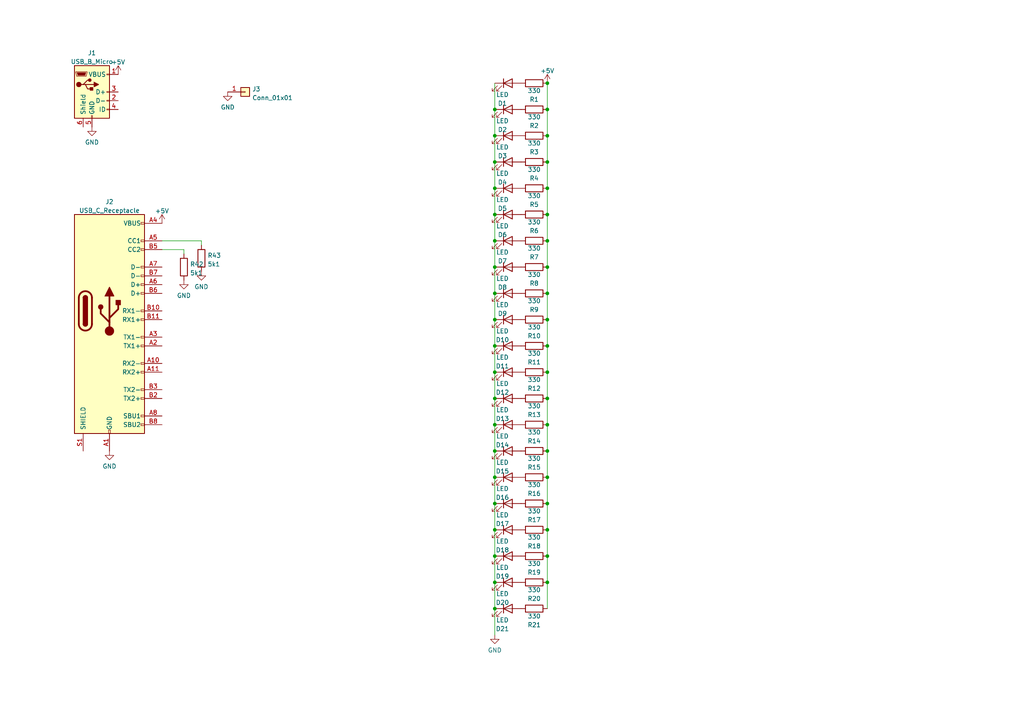
<source format=kicad_sch>
(kicad_sch (version 20211123) (generator eeschema)
  (paper "A4")
  (lib_symbols
    (symbol "Connector:USB_B_Micro" (pin_names (offset 1.016))
      (property "Reference" "J" (at -5.08 11.43 0))
      (property "Value" "USB_B_Micro" (at -5.08 8.89 0))
      (symbol "USB_B_Micro_0_1"
        (rectangle (start -5.08 -7.62) (end 5.08 7.62) (stroke (width 0.254)) (fill (type background)))
        (circle (center -3.81 2.159) (radius 0.635) (stroke (width 0.254)) (fill (type outline)))
        (circle (center -0.635 3.429) (radius 0.381) (stroke (width 0.254)) (fill (type outline)))
        (rectangle (start -0.127 -7.62) (end 0.127 -6.858))
        (polyline (pts (xy -1.905 2.159) (xy 0.635 2.159)) (stroke (width 0.254)))
        (polyline (pts (xy -3.175 2.159) (xy -2.54 2.159) (xy -1.27 3.429) (xy -0.635 3.429)) (stroke (width 0.254)))
        (polyline (pts (xy -2.54 2.159) (xy -1.905 2.159) (xy -1.27 0.889) (xy 0 0.889)) (stroke (width 0.254)))
        (polyline (pts (xy 0.635 2.794) (xy 0.635 1.524) (xy 1.905 2.159) (xy 0.635 2.794)) (stroke (width 0.254)) (fill (type outline)))
        (polyline (pts (xy -4.318 5.588) (xy -1.778 5.588) (xy -2.032 4.826) (xy -4.064 4.826) (xy -4.318 5.588)) (fill (type outline)))
        (polyline (pts (xy -4.699 5.842) (xy -4.699 5.588) (xy -4.445 4.826) (xy -4.445 4.572) (xy -1.651 4.572) (xy -1.651 4.826) (xy -1.397 5.588) (xy -1.397 5.842) (xy -4.699 5.842)))
        (rectangle (start 0.254 1.27) (end -0.508 0.508) (stroke (width 0.254)) (fill (type outline)))
        (rectangle (start 5.08 -5.207) (end 4.318 -4.953))
        (rectangle (start 5.08 -2.667) (end 4.318 -2.413))
        (rectangle (start 5.08 -0.127) (end 4.318 0.127))
        (rectangle (start 5.08 4.953) (end 4.318 5.207))
      )
      (symbol "USB_B_Micro_1_1"
        (pin power_out line (at 7.62 5.08 180) (length 2.54) (name "VBUS") (number "1"))
        (pin bidirectional line (at 7.62 -2.54 180) (length 2.54) (name "D-") (number "2"))
        (pin bidirectional line (at 7.62 0 180) (length 2.54) (name "D+") (number "3"))
        (pin passive line (at 7.62 -5.08 180) (length 2.54) (name "ID") (number "4"))
        (pin power_out line (at 0 -10.16 90) (length 2.54) (name "GND") (number "5"))
        (pin passive line (at -2.54 -10.16 90) (length 2.54) (name "Shield") (number "6"))
      )
    )
    (symbol "Connector:USB_C_Receptacle" (pin_names (offset 1.016))
      (property "Reference" "J" (at -10.16 29.21 0))
      (property "Value" "USB_C_Receptacle" (at 10.16 29.21 0))
      (symbol "USB_C_Receptacle_0_0"
        (rectangle (start -0.254 -35.56) (end 0.254 -34.544))
        (rectangle (start 10.16 -32.766) (end 9.144 -33.274))
        (rectangle (start 10.16 -30.226) (end 9.144 -30.734))
        (rectangle (start 10.16 -25.146) (end 9.144 -25.654))
        (rectangle (start 10.16 -22.606) (end 9.144 -23.114))
        (rectangle (start 10.16 -17.526) (end 9.144 -18.034))
        (rectangle (start 10.16 -14.986) (end 9.144 -15.494))
        (rectangle (start 10.16 -9.906) (end 9.144 -10.414))
        (rectangle (start 10.16 -7.366) (end 9.144 -7.874))
        (rectangle (start 10.16 -2.286) (end 9.144 -2.794))
        (rectangle (start 10.16 0.254) (end 9.144 -0.254))
        (rectangle (start 10.16 5.334) (end 9.144 4.826))
        (rectangle (start 10.16 7.874) (end 9.144 7.366))
        (rectangle (start 10.16 10.414) (end 9.144 9.906))
        (rectangle (start 10.16 12.954) (end 9.144 12.446))
        (rectangle (start 10.16 18.034) (end 9.144 17.526))
        (rectangle (start 10.16 20.574) (end 9.144 20.066))
        (rectangle (start 10.16 25.654) (end 9.144 25.146))
      )
      (symbol "USB_C_Receptacle_0_1"
        (rectangle (start -10.16 27.94) (end 10.16 -35.56) (stroke (width 0.254)) (fill (type background)))
        (arc (start -8.89 -3.81) (mid -6.985 -5.715) (end -5.08 -3.81) (stroke (width 0.508)))
        (arc (start -7.62 -3.81) (mid -6.985 -4.445) (end -6.35 -3.81) (stroke (width 0.254)))
        (arc (start -7.62 -3.81) (mid -6.985 -4.445) (end -6.35 -3.81) (stroke (width 0.254)) (fill (type outline)))
        (rectangle (start -7.62 -3.81) (end -6.35 3.81) (stroke (width 0.254)) (fill (type outline)))
        (arc (start -6.35 3.81) (mid -6.985 4.445) (end -7.62 3.81) (stroke (width 0.254)))
        (arc (start -6.35 3.81) (mid -6.985 4.445) (end -7.62 3.81) (stroke (width 0.254)) (fill (type outline)))
        (arc (start -5.08 3.81) (mid -6.985 5.715) (end -8.89 3.81) (stroke (width 0.508)))
        (polyline (pts (xy -8.89 -3.81) (xy -8.89 3.81)) (stroke (width 0.508)))
        (polyline (pts (xy -5.08 3.81) (xy -5.08 -3.81)) (stroke (width 0.508)))
      )
      (symbol "USB_C_Receptacle_1_1"
        (circle (center -2.54 1.143) (radius 0.635) (stroke (width 0.254)) (fill (type outline)))
        (circle (center 0 -5.842) (radius 1.27) (fill (type outline)))
        (polyline (pts (xy 0 -5.842) (xy 0 4.318)) (stroke (width 0.508)))
        (polyline (pts (xy 0 -3.302) (xy -2.54 -0.762) (xy -2.54 0.508)) (stroke (width 0.508)))
        (polyline (pts (xy 0 -2.032) (xy 2.54 0.508) (xy 2.54 1.778)) (stroke (width 0.508)))
        (polyline (pts (xy -1.27 4.318) (xy 0 6.858) (xy 1.27 4.318) (xy -1.27 4.318)) (stroke (width 0.254)) (fill (type outline)))
        (rectangle (start 1.905 1.778) (end 3.175 3.048) (stroke (width 0.254)) (fill (type outline)))
        (pin passive line (at 0 -40.64 90) (length 5.08) (name "GND") (number "A1"))
        (pin bidirectional line (at 15.24 -15.24 180) (length 5.08) (name "RX2-") (number "A10"))
        (pin bidirectional line (at 15.24 -17.78 180) (length 5.08) (name "RX2+") (number "A11"))
        (pin passive line (at 0 -40.64 90) (length 5.08) hide (name "GND") (number "A12"))
        (pin bidirectional line (at 15.24 -10.16 180) (length 5.08) (name "TX1+") (number "A2"))
        (pin bidirectional line (at 15.24 -7.62 180) (length 5.08) (name "TX1-") (number "A3"))
        (pin passive line (at 15.24 25.4 180) (length 5.08) (name "VBUS") (number "A4"))
        (pin bidirectional line (at 15.24 20.32 180) (length 5.08) (name "CC1") (number "A5"))
        (pin bidirectional line (at 15.24 7.62 180) (length 5.08) (name "D+") (number "A6"))
        (pin bidirectional line (at 15.24 12.7 180) (length 5.08) (name "D-") (number "A7"))
        (pin bidirectional line (at 15.24 -30.48 180) (length 5.08) (name "SBU1") (number "A8"))
        (pin passive line (at 15.24 25.4 180) (length 5.08) hide (name "VBUS") (number "A9"))
        (pin passive line (at 0 -40.64 90) (length 5.08) hide (name "GND") (number "B1"))
        (pin bidirectional line (at 15.24 0 180) (length 5.08) (name "RX1-") (number "B10"))
        (pin bidirectional line (at 15.24 -2.54 180) (length 5.08) (name "RX1+") (number "B11"))
        (pin passive line (at 0 -40.64 90) (length 5.08) hide (name "GND") (number "B12"))
        (pin bidirectional line (at 15.24 -25.4 180) (length 5.08) (name "TX2+") (number "B2"))
        (pin bidirectional line (at 15.24 -22.86 180) (length 5.08) (name "TX2-") (number "B3"))
        (pin passive line (at 15.24 25.4 180) (length 5.08) hide (name "VBUS") (number "B4"))
        (pin bidirectional line (at 15.24 17.78 180) (length 5.08) (name "CC2") (number "B5"))
        (pin bidirectional line (at 15.24 5.08 180) (length 5.08) (name "D+") (number "B6"))
        (pin bidirectional line (at 15.24 10.16 180) (length 5.08) (name "D-") (number "B7"))
        (pin bidirectional line (at 15.24 -33.02 180) (length 5.08) (name "SBU2") (number "B8"))
        (pin passive line (at 15.24 25.4 180) (length 5.08) hide (name "VBUS") (number "B9"))
        (pin passive line (at -7.62 -40.64 90) (length 5.08) (name "SHIELD") (number "S1"))
      )
    )
    (symbol "Connector_Generic:Conn_01x01" (pin_names (offset 1.016) hide)
      (property "Reference" "J" (at 0 2.54 0))
      (property "Value" "Conn_01x01" (at 0 -2.54 0))
      (symbol "Conn_01x01_1_1"
        (rectangle (start -1.27 0.127) (end 0 -0.127) (stroke (width 0.1524)))
        (rectangle (start -1.27 1.27) (end 1.27 -1.27) (stroke (width 0.254)) (fill (type background)))
        (pin passive line (at -5.08 0 0) (length 3.81) (name "Pin_1") (number "1"))
      )
    )
    (symbol "Device:LED" (pin_numbers hide) (pin_names (offset 1.016) hide)
      (property "Reference" "D" (at 0 2.54 0))
      (property "Value" "LED" (at 0 -2.54 0))
      (symbol "LED_0_1"
        (polyline (pts (xy -1.27 -1.27) (xy -1.27 1.27)) (stroke (width 0.254)))
        (polyline (pts (xy -1.27 0) (xy 1.27 0)))
        (polyline (pts (xy 1.27 -1.27) (xy 1.27 1.27) (xy -1.27 0) (xy 1.27 -1.27)) (stroke (width 0.254)))
        (polyline (pts (xy -3.048 -0.762) (xy -4.572 -2.286) (xy -3.81 -2.286) (xy -4.572 -2.286) (xy -4.572 -1.524)))
        (polyline (pts (xy -1.778 -0.762) (xy -3.302 -2.286) (xy -2.54 -2.286) (xy -3.302 -2.286) (xy -3.302 -1.524)))
      )
      (symbol "LED_1_1"
        (pin passive line (at -3.81 0 0) (length 2.54) (name "K") (number "1"))
        (pin passive line (at 3.81 0 180) (length 2.54) (name "A") (number "2"))
      )
    )
    (symbol "Device:R" (pin_numbers hide) (pin_names (offset 0))
      (property "Reference" "R" (at 2.032 0 90))
      (property "Value" "R" (at 0 0 90))
      (symbol "R_0_1"
        (rectangle (start -1.016 -2.54) (end 1.016 2.54) (stroke (width 0.254)))
      )
      (symbol "R_1_1"
        (pin passive line (at 0 3.81 270) (length 1.27) (name "~") (number "1"))
        (pin passive line (at 0 -3.81 90) (length 1.27) (name "~") (number "2"))
      )
    )
    (symbol "power:+5V" (power) (pin_names (offset 0))
      (property "Value" "+5V" (at 0 3.556 0))
      (symbol "+5V_0_1"
        (polyline (pts (xy -0.762 1.27) (xy 0 2.54)))
        (polyline (pts (xy 0 0) (xy 0 2.54)))
        (polyline (pts (xy 0 2.54) (xy 0.762 1.27)))
      )
      (symbol "+5V_1_1"
        (pin power_in line (at 0 0 90) (length 0) hide (name "+5V") (number "1"))
      )
    )
    (symbol "power:GND" (power) (pin_names (offset 0))
      (property "Value" "GND" (at 0 -3.81 0))
      (symbol "GND_0_1"
        (polyline (pts (xy 0 0) (xy 0 -1.27) (xy 1.27 -1.27) (xy 0 -2.54) (xy -1.27 -1.27) (xy 0 -1.27)))
      )
      (symbol "GND_1_1"
        (pin power_in line (at 0 0 270) (length 0) hide (name "GND") (number "1"))
      )
    )
  )
  (junction (at 143.51 115.57))
  (junction (at 158.75 138.43))
  (junction (at 158.75 123.19))
  (junction (at 143.51 130.81))
  (junction (at 143.51 46.99))
  (junction (at 143.51 92.71))
  (junction (at 158.75 100.33))
  (junction (at 158.75 130.81))
  (junction (at 143.51 176.53))
  (junction (at 158.75 62.23))
  (junction (at 158.75 31.75))
  (junction (at 158.75 92.71))
  (junction (at 143.51 39.37))
  (junction (at 143.51 146.05))
  (junction (at 158.75 77.47))
  (junction (at 143.51 123.19))
  (junction (at 158.75 107.95))
  (junction (at 158.75 39.37))
  (junction (at 143.51 62.23))
  (junction (at 158.75 54.61))
  (junction (at 158.75 115.57))
  (junction (at 158.75 168.91))
  (junction (at 143.51 161.29))
  (junction (at 143.51 138.43))
  (junction (at 158.75 85.09))
  (junction (at 143.51 153.67))
  (junction (at 158.75 146.05))
  (junction (at 158.75 161.29))
  (junction (at 158.75 153.67))
  (junction (at 143.51 107.95))
  (junction (at 143.51 100.33))
  (junction (at 143.51 69.85))
  (junction (at 143.51 168.91))
  (junction (at 143.51 54.61))
  (junction (at 158.75 69.85))
  (junction (at 158.75 46.99))
  (junction (at 143.51 77.47))
  (junction (at 143.51 31.75))
  (junction (at 158.75 24.13))
  (junction (at 143.51 85.09))
  (wire (pts (xy 158.75 146.05) (xy 158.75 153.67)))
  (wire (pts (xy 158.75 31.75) (xy 158.75 39.37)))
  (wire (pts (xy 158.75 161.29) (xy 158.75 168.91)))
  (wire (pts (xy 58.42 69.85) (xy 58.42 71.12)))
  (wire (pts (xy 143.51 176.53) (xy 143.51 184.15)))
  (wire (pts (xy 158.75 85.09) (xy 158.75 92.71)))
  (wire (pts (xy 143.51 161.29) (xy 143.51 168.91)))
  (wire (pts (xy 158.75 92.71) (xy 158.75 100.33)))
  (wire (pts (xy 143.51 85.09) (xy 143.51 92.71)))
  (wire (pts (xy 158.75 100.33) (xy 158.75 107.95)))
  (wire (pts (xy 143.51 115.57) (xy 143.51 123.19)))
  (wire (pts (xy 143.51 153.67) (xy 143.51 161.29)))
  (wire (pts (xy 158.75 107.95) (xy 158.75 115.57)))
  (wire (pts (xy 143.51 31.75) (xy 143.51 39.37)))
  (wire (pts (xy 143.51 107.95) (xy 143.51 115.57)))
  (wire (pts (xy 158.75 138.43) (xy 158.75 146.05)))
  (wire (pts (xy 158.75 54.61) (xy 158.75 62.23)))
  (wire (pts (xy 143.51 54.61) (xy 143.51 62.23)))
  (wire (pts (xy 158.75 123.19) (xy 158.75 130.81)))
  (wire (pts (xy 158.75 168.91) (xy 158.75 176.53)))
  (wire (pts (xy 158.75 130.81) (xy 158.75 138.43)))
  (wire (pts (xy 143.51 39.37) (xy 143.51 46.99)))
  (wire (pts (xy 143.51 168.91) (xy 143.51 176.53)))
  (wire (pts (xy 143.51 62.23) (xy 143.51 69.85)))
  (wire (pts (xy 158.75 115.57) (xy 158.75 123.19)))
  (wire (pts (xy 143.51 138.43) (xy 143.51 146.05)))
  (wire (pts (xy 143.51 100.33) (xy 143.51 107.95)))
  (wire (pts (xy 53.34 72.39) (xy 53.34 73.66)))
  (wire (pts (xy 46.99 69.85) (xy 58.42 69.85)))
  (wire (pts (xy 158.75 77.47) (xy 158.75 85.09)))
  (wire (pts (xy 158.75 62.23) (xy 158.75 69.85)))
  (wire (pts (xy 158.75 24.13) (xy 158.75 31.75)))
  (wire (pts (xy 143.51 24.13) (xy 143.51 31.75)))
  (wire (pts (xy 143.51 77.47) (xy 143.51 85.09)))
  (wire (pts (xy 143.51 46.99) (xy 143.51 54.61)))
  (wire (pts (xy 158.75 153.67) (xy 158.75 161.29)))
  (wire (pts (xy 143.51 146.05) (xy 143.51 153.67)))
  (wire (pts (xy 158.75 39.37) (xy 158.75 46.99)))
  (wire (pts (xy 46.99 72.39) (xy 53.34 72.39)))
  (wire (pts (xy 143.51 130.81) (xy 143.51 138.43)))
  (wire (pts (xy 143.51 92.71) (xy 143.51 100.33)))
  (wire (pts (xy 143.51 69.85) (xy 143.51 77.47)))
  (wire (pts (xy 158.75 46.99) (xy 158.75 54.61)))
  (wire (pts (xy 158.75 69.85) (xy 158.75 77.47)))
  (wire (pts (xy 143.51 123.19) (xy 143.51 130.81)))
  (symbol (lib_id "Device:LED") (at 147.32 85.09 0) (unit 1)
    (property "Reference" "D9" (at 145.7325 90.9488 0))
    (property "Value" "LED" (at 145.7325 88.4119 0))
    (property "Footprint" "meteopress:D_0402_woSilk" (effects hide))
    (property "LCSC" "C2827268" (effects hide))
  )
  (symbol (lib_id "Connector_Generic:Conn_01x01") (at 71.12 26.67 0) (unit 1)
    (property "Reference" "J3" (at 73.152 25.8353 0) (effects (justify left)))
    (property "Value" "Conn_01x01" (at 73.152 28.3722 0) (effects (justify left)))
    (property "Footprint" "meteopress:MeteopressLogo_Bare_Inv_60x6" (effects hide))
  )
  (symbol (lib_id "Device:R") (at 58.42 74.93 180) (unit 1)
    (property "Reference" "R43" (at 60.198 74.0953 0) (effects (justify right)))
    (property "Value" "5k1" (at 60.198 76.6322 0) (effects (justify right)))
    (property "Footprint" "meteopress:D_0402_woSilk" (effects hide))
    (property "LCSC" "C144745" (effects hide))
  )
  (symbol (lib_id "power:GND") (at 53.34 81.28 0) (unit 1)
    (property "Reference" "#PWR0107" (effects hide))
    (property "Value" "GND" (at 53.34 85.7234 0))
  )
  (symbol (lib_id "power:+5V") (at 46.99 64.77 0) (unit 1)
    (property "Reference" "#PWR0103" (effects hide))
    (property "Value" "+5V" (at 46.99 61.1942 0))
  )
  (symbol (lib_id "power:GND") (at 58.42 78.74 0) (unit 1)
    (property "Reference" "#PWR01" (effects hide))
    (property "Value" "GND" (at 58.42 83.1834 0))
  )
  (symbol (lib_id "Device:R") (at 154.94 31.75 90) (unit 1)
    (property "Reference" "R2" (at 154.94 36.4658 90))
    (property "Value" "330" (at 154.94 33.9289 90))
    (property "Footprint" "meteopress:R_0201_woSilk" (effects hide))
    (property "LCSC" "C473445" (effects hide))
  )
  (symbol (lib_id "Device:LED") (at 147.32 153.67 0) (unit 1)
    (property "Reference" "D18" (at 145.7325 159.5288 0))
    (property "Value" "LED" (at 145.7325 156.9919 0))
    (property "Footprint" "meteopress:D_0402_woSilk" (effects hide))
    (property "LCSC" "C2827268" (effects hide))
  )
  (symbol (lib_id "Device:R") (at 154.94 146.05 90) (unit 1)
    (property "Reference" "R17" (at 154.94 150.7658 90))
    (property "Value" "330" (at 154.94 148.2289 90))
    (property "Footprint" "meteopress:R_0201_woSilk" (effects hide))
    (property "LCSC" "C473445" (effects hide))
  )
  (symbol (lib_id "Device:LED") (at 147.32 24.13 0) (unit 1)
    (property "Reference" "D1" (at 145.7325 29.9888 0))
    (property "Value" "LED" (at 145.7325 27.4519 0))
    (property "Footprint" "meteopress:D_0402_woSilk" (effects hide))
    (property "LCSC" "C2827268" (effects hide))
  )
  (symbol (lib_id "Device:R") (at 154.94 54.61 90) (unit 1)
    (property "Reference" "R5" (at 154.94 59.3258 90))
    (property "Value" "330" (at 154.94 56.7889 90))
    (property "Footprint" "meteopress:R_0201_woSilk" (effects hide))
    (property "LCSC" "C473445" (effects hide))
  )
  (symbol (lib_id "power:GND") (at 26.67 36.83 0) (unit 1)
    (property "Reference" "#PWR0102" (effects hide))
    (property "Value" "GND" (at 26.67 41.2734 0))
  )
  (symbol (lib_id "power:GND") (at 143.51 184.15 0) (unit 1)
    (property "Reference" "#PWR0106" (effects hide))
    (property "Value" "GND" (at 143.51 188.5934 0))
  )
  (symbol (lib_id "Device:LED") (at 147.32 39.37 0) (unit 1)
    (property "Reference" "D3" (at 145.7325 45.2288 0))
    (property "Value" "LED" (at 145.7325 42.6919 0))
    (property "Footprint" "meteopress:D_0402_woSilk" (effects hide))
    (property "LCSC" "C2827268" (effects hide))
  )
  (symbol (lib_id "Connector:USB_B_Micro") (at 26.67 26.67 0) (unit 1)
    (property "Reference" "J1" (at 26.67 15.3502 0))
    (property "Value" "USB_B_Micro" (at 26.67 17.8871 0))
    (property "Footprint" "meteopress:PCB-USB-micro" (effects hide))
  )
  (symbol (lib_id "Device:R") (at 154.94 107.95 90) (unit 1)
    (property "Reference" "R12" (at 154.94 112.6658 90))
    (property "Value" "330" (at 154.94 110.1289 90))
    (property "Footprint" "meteopress:R_0201_woSilk" (effects hide))
    (property "LCSC" "C473445" (effects hide))
  )
  (symbol (lib_id "power:+5V") (at 158.75 24.13 0) (unit 1)
    (property "Reference" "#PWR0105" (effects hide))
    (property "Value" "+5V" (at 158.75 20.5542 0))
  )
  (symbol (lib_id "Device:R") (at 154.94 85.09 90) (unit 1)
    (property "Reference" "R9" (at 154.94 89.8058 90))
    (property "Value" "330" (at 154.94 87.2689 90))
    (property "Footprint" "meteopress:R_0201_woSilk" (effects hide))
    (property "LCSC" "C473445" (effects hide))
  )
  (symbol (lib_id "Device:LED") (at 147.32 161.29 0) (unit 1)
    (property "Reference" "D19" (at 145.7325 167.1488 0))
    (property "Value" "LED" (at 145.7325 164.6119 0))
    (property "Footprint" "meteopress:D_0402_woSilk" (effects hide))
    (property "LCSC" "C2827268" (effects hide))
  )
  (symbol (lib_id "Connector:USB_C_Receptacle") (at 31.75 90.17 0) (unit 1)
    (property "Reference" "J2" (at 31.75 58.5302 0))
    (property "Value" "USB_C_Receptacle" (at 31.75 61.0671 0))
    (property "Footprint" "meteopress:PCB-USB-C_straight" (effects hide))
    (property "Datasheet" "https://www.usb.org/sites/default/files/documents/usb_type-c.zip" (effects hide))
  )
  (symbol (lib_id "Device:LED") (at 147.32 46.99 0) (unit 1)
    (property "Reference" "D4" (at 145.7325 52.8488 0))
    (property "Value" "LED" (at 145.7325 50.3119 0))
    (property "Footprint" "meteopress:D_0402_woSilk" (effects hide))
    (property "LCSC" "C2827268" (effects hide))
  )
  (symbol (lib_id "power:GND") (at 31.75 130.81 0) (unit 1)
    (property "Reference" "#PWR0104" (effects hide))
    (property "Value" "GND" (at 31.75 135.2534 0))
  )
  (symbol (lib_id "Device:R") (at 154.94 138.43 90) (unit 1)
    (property "Reference" "R16" (at 154.94 143.1458 90))
    (property "Value" "330" (at 154.94 140.6089 90))
    (property "Footprint" "meteopress:R_0201_woSilk" (effects hide))
    (property "LCSC" "C473445" (effects hide))
  )
  (symbol (lib_id "Device:LED") (at 147.32 168.91 0) (unit 1)
    (property "Reference" "D20" (at 145.7325 174.7688 0))
    (property "Value" "LED" (at 145.7325 172.2319 0))
    (property "Footprint" "meteopress:D_0402_woSilk" (effects hide))
    (property "LCSC" "C2827268" (effects hide))
  )
  (symbol (lib_id "Device:R") (at 154.94 69.85 90) (unit 1)
    (property "Reference" "R7" (at 154.94 74.5658 90))
    (property "Value" "330" (at 154.94 72.0289 90))
    (property "Footprint" "meteopress:R_0201_woSilk" (effects hide))
    (property "LCSC" "C473445" (effects hide))
  )
  (symbol (lib_id "Device:R") (at 154.94 100.33 90) (unit 1)
    (property "Reference" "R11" (at 154.94 105.0458 90))
    (property "Value" "330" (at 154.94 102.5089 90))
    (property "Footprint" "meteopress:R_0201_woSilk" (effects hide))
    (property "LCSC" "C473445" (effects hide))
  )
  (symbol (lib_id "Device:LED") (at 147.32 54.61 0) (unit 1)
    (property "Reference" "D5" (at 145.7325 60.4688 0))
    (property "Value" "LED" (at 145.7325 57.9319 0))
    (property "Footprint" "meteopress:D_0402_woSilk" (effects hide))
    (property "LCSC" "C2827268" (effects hide))
  )
  (symbol (lib_id "power:GND") (at 66.04 26.67 0) (unit 1)
    (property "Reference" "#PWR0108" (effects hide))
    (property "Value" "GND" (at 66.04 31.1134 0))
  )
  (symbol (lib_id "Device:LED") (at 147.32 69.85 0) (unit 1)
    (property "Reference" "D7" (at 145.7325 75.7088 0))
    (property "Value" "LED" (at 145.7325 73.1719 0))
    (property "Footprint" "meteopress:D_0402_woSilk" (effects hide))
    (property "LCSC" "C2827268" (effects hide))
  )
  (symbol (lib_id "power:+5V") (at 34.29 21.59 0) (unit 1)
    (property "Reference" "#PWR0101" (effects hide))
    (property "Value" "+5V" (at 34.29 18.0142 0))
  )
  (symbol (lib_id "Device:R") (at 154.94 161.29 90) (unit 1)
    (property "Reference" "R19" (at 154.94 166.0058 90))
    (property "Value" "330" (at 154.94 163.4689 90))
    (property "Footprint" "meteopress:R_0201_woSilk" (effects hide))
    (property "LCSC" "C473445" (effects hide))
  )
  (symbol (lib_id "Device:LED") (at 147.32 146.05 0) (unit 1)
    (property "Reference" "D17" (at 145.7325 151.9088 0))
    (property "Value" "LED" (at 145.7325 149.3719 0))
    (property "Footprint" "meteopress:D_0402_woSilk" (effects hide))
    (property "LCSC" "C2827268" (effects hide))
  )
  (symbol (lib_id "Device:LED") (at 147.32 100.33 0) (unit 1)
    (property "Reference" "D11" (at 145.7325 106.1888 0))
    (property "Value" "LED" (at 145.7325 103.6519 0))
    (property "Footprint" "meteopress:D_0402_woSilk" (effects hide))
    (property "LCSC" "C2827268" (effects hide))
  )
  (symbol (lib_id "Device:LED") (at 147.32 138.43 0) (unit 1)
    (property "Reference" "D16" (at 145.7325 144.2888 0))
    (property "Value" "LED" (at 145.7325 141.7519 0))
    (property "Footprint" "meteopress:D_0402_woSilk" (effects hide))
    (property "LCSC" "C2827268" (effects hide))
  )
  (symbol (lib_id "Device:R") (at 154.94 77.47 90) (unit 1)
    (property "Reference" "R8" (at 154.94 82.1858 90))
    (property "Value" "330" (at 154.94 79.6489 90))
    (property "Footprint" "meteopress:R_0201_woSilk" (effects hide))
    (property "LCSC" "C473445" (effects hide))
  )
  (symbol (lib_id "Device:R") (at 53.34 77.47 180) (unit 1)
    (property "Reference" "R42" (at 55.118 76.6353 0) (effects (justify right)))
    (property "Value" "5k1" (at 55.118 79.1722 0) (effects (justify right)))
    (property "Footprint" "meteopress:D_0402_woSilk" (effects hide))
    (property "LCSC" "C144745" (effects hide))
  )
  (symbol (lib_id "Device:LED") (at 147.32 107.95 0) (unit 1)
    (property "Reference" "D12" (at 145.7325 113.8088 0))
    (property "Value" "LED" (at 145.7325 111.2719 0))
    (property "Footprint" "meteopress:D_0402_woSilk" (effects hide))
    (property "LCSC" "C2827268" (effects hide))
  )
  (symbol (lib_id "Device:R") (at 154.94 46.99 90) (unit 1)
    (property "Reference" "R4" (at 154.94 51.7058 90))
    (property "Value" "330" (at 154.94 49.1689 90))
    (property "Footprint" "meteopress:R_0201_woSilk" (effects hide))
    (property "LCSC" "C473445" (effects hide))
  )
  (symbol (lib_id "Device:LED") (at 147.32 62.23 0) (unit 1)
    (property "Reference" "D6" (at 145.7325 68.0888 0))
    (property "Value" "LED" (at 145.7325 65.5519 0))
    (property "Footprint" "meteopress:D_0402_woSilk" (effects hide))
    (property "LCSC" "C2827268" (effects hide))
  )
  (symbol (lib_id "Device:LED") (at 147.32 92.71 0) (unit 1)
    (property "Reference" "D10" (at 145.7325 98.5688 0))
    (property "Value" "LED" (at 145.7325 96.0319 0))
    (property "Footprint" "meteopress:D_0402_woSilk" (effects hide))
    (property "LCSC" "C2827268" (effects hide))
  )
  (symbol (lib_id "Device:R") (at 154.94 39.37 90) (unit 1)
    (property "Reference" "R3" (at 154.94 44.0858 90))
    (property "Value" "330" (at 154.94 41.5489 90))
    (property "Footprint" "meteopress:R_0201_woSilk" (effects hide))
    (property "LCSC" "C473445" (effects hide))
  )
  (symbol (lib_id "Device:LED") (at 147.32 31.75 0) (unit 1)
    (property "Reference" "D2" (at 145.7325 37.6088 0))
    (property "Value" "LED" (at 145.7325 35.0719 0))
    (property "Footprint" "meteopress:D_0402_woSilk" (effects hide))
    (property "LCSC" "C2827268" (effects hide))
  )
  (symbol (lib_id "Device:LED") (at 147.32 123.19 0) (unit 1)
    (property "Reference" "D14" (at 145.7325 129.0488 0))
    (property "Value" "LED" (at 145.7325 126.5119 0))
    (property "Footprint" "meteopress:D_0402_woSilk" (effects hide))
    (property "LCSC" "C2827268" (effects hide))
  )
  (symbol (lib_id "Device:R") (at 154.94 176.53 90) (unit 1)
    (property "Reference" "R21" (at 154.94 181.2458 90))
    (property "Value" "330" (at 154.94 178.7089 90))
    (property "Footprint" "meteopress:R_0201_woSilk" (effects hide))
    (property "LCSC" "C473445" (effects hide))
  )
  (symbol (lib_id "Device:R") (at 154.94 92.71 90) (unit 1)
    (property "Reference" "R10" (at 154.94 97.4258 90))
    (property "Value" "330" (at 154.94 94.8889 90))
    (property "Footprint" "meteopress:R_0201_woSilk" (effects hide))
    (property "LCSC" "C473445" (effects hide))
  )
  (symbol (lib_id "Device:R") (at 154.94 62.23 90) (unit 1)
    (property "Reference" "R6" (at 154.94 66.9458 90))
    (property "Value" "330" (at 154.94 64.4089 90))
    (property "Footprint" "meteopress:R_0201_woSilk" (effects hide))
    (property "LCSC" "C473445" (effects hide))
  )
  (symbol (lib_id "Device:R") (at 154.94 153.67 90) (unit 1)
    (property "Reference" "R18" (at 154.94 158.3858 90))
    (property "Value" "330" (at 154.94 155.8489 90))
    (property "Footprint" "meteopress:R_0201_woSilk" (effects hide))
    (property "LCSC" "C473445" (effects hide))
  )
  (symbol (lib_id "Device:R") (at 154.94 123.19 90) (unit 1)
    (property "Reference" "R14" (at 154.94 127.9058 90))
    (property "Value" "330" (at 154.94 125.3689 90))
    (property "Footprint" "meteopress:R_0201_woSilk" (effects hide))
    (property "LCSC" "C473445" (effects hide))
  )
  (symbol (lib_id "Device:R") (at 154.94 115.57 90) (unit 1)
    (property "Reference" "R13" (at 154.94 120.2858 90))
    (property "Value" "330" (at 154.94 117.7489 90))
    (property "Footprint" "meteopress:R_0201_woSilk" (effects hide))
    (property "LCSC" "C473445" (effects hide))
  )
  (symbol (lib_id "Device:LED") (at 147.32 77.47 0) (unit 1)
    (property "Reference" "D8" (at 145.7325 83.3288 0))
    (property "Value" "LED" (at 145.7325 80.7919 0))
    (property "Footprint" "meteopress:D_0402_woSilk" (effects hide))
    (property "LCSC" "C2827268" (effects hide))
  )
  (symbol (lib_id "Device:R") (at 154.94 130.81 90) (unit 1)
    (property "Reference" "R15" (at 154.94 135.5258 90))
    (property "Value" "330" (at 154.94 132.9889 90))
    (property "Footprint" "meteopress:R_0201_woSilk" (effects hide))
    (property "LCSC" "C473445" (effects hide))
  )
  (symbol (lib_id "Device:R") (at 154.94 24.13 90) (unit 1)
    (property "Reference" "R1" (at 154.94 28.8458 90))
    (property "Value" "330" (at 154.94 26.3089 90))
    (property "Footprint" "meteopress:R_0201_woSilk" (effects hide))
    (property "LCSC" "C473445" (effects hide))
  )
  (symbol (lib_id "Device:LED") (at 147.32 176.53 0) (unit 1)
    (property "Reference" "D21" (at 145.7325 182.3888 0))
    (property "Value" "LED" (at 145.7325 179.8519 0))
    (property "Footprint" "meteopress:D_0402_woSilk" (effects hide))
    (property "LCSC" "C2827268" (effects hide))
  )
  (symbol (lib_id "Device:LED") (at 147.32 130.81 0) (unit 1)
    (property "Reference" "D15" (at 145.7325 136.6688 0))
    (property "Value" "LED" (at 145.7325 134.1319 0))
    (property "Footprint" "meteopress:D_0402_woSilk" (effects hide))
    (property "LCSC" "C2827268" (effects hide))
  )
  (symbol (lib_id "Device:LED") (at 147.32 115.57 0) (unit 1)
    (property "Reference" "D13" (at 145.7325 121.4288 0))
    (property "Value" "LED" (at 145.7325 118.8919 0))
    (property "Footprint" "meteopress:D_0402_woSilk" (effects hide))
    (property "LCSC" "C2827268" (effects hide))
  )
  (symbol (lib_id "Device:R") (at 154.94 168.91 90) (unit 1)
    (property "Reference" "R20" (at 154.94 173.6258 90))
    (property "Value" "330" (at 154.94 171.0889 90))
    (property "Footprint" "meteopress:R_0201_woSilk" (effects hide))
    (property "LCSC" "C473445" (effects hide))
  )
)
</source>
